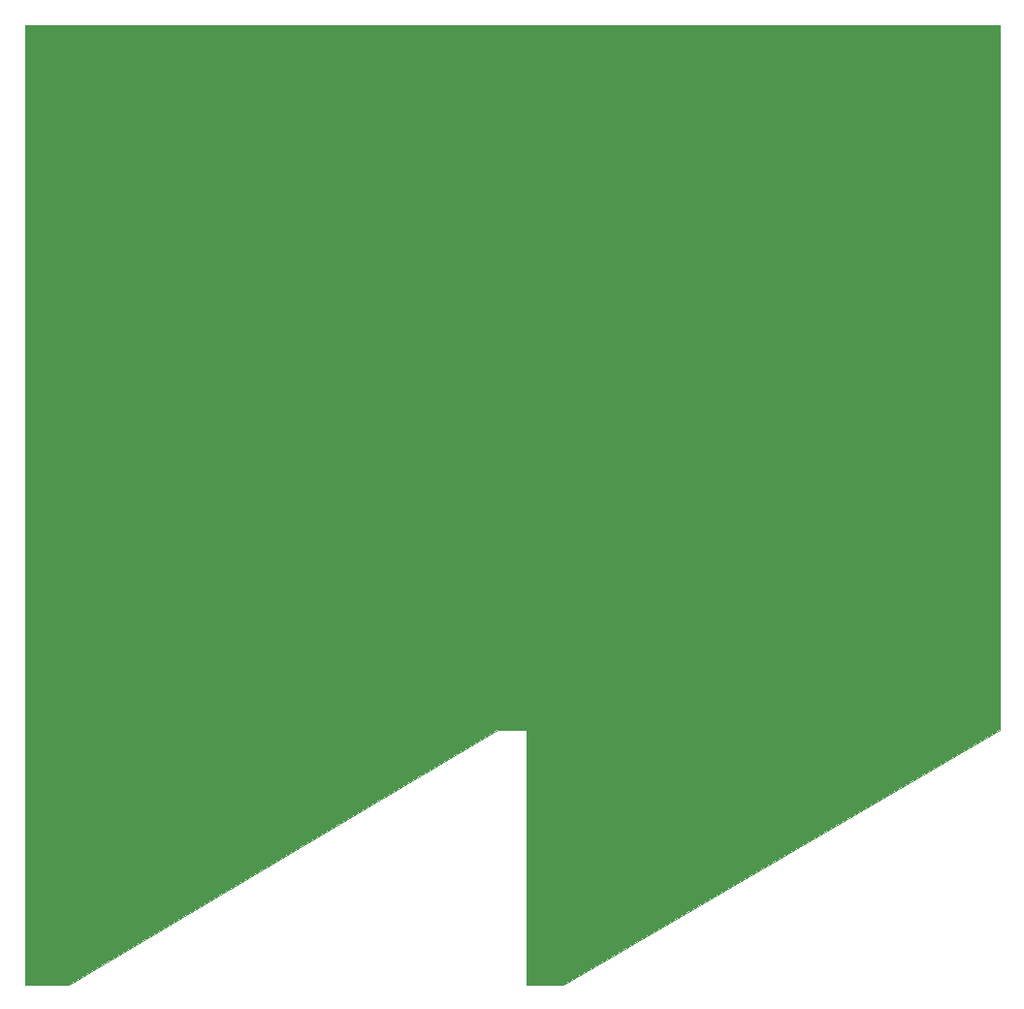
<source format=gts>
G04 #@! TF.GenerationSoftware,KiCad,Pcbnew,5.1.5+dfsg1-2build2*
G04 #@! TF.CreationDate,2020-12-19T04:10:29+09:00*
G04 #@! TF.ProjectId,shield,73686965-6c64-42e6-9b69-6361645f7063,rev?*
G04 #@! TF.SameCoordinates,Original*
G04 #@! TF.FileFunction,Soldermask,Top*
G04 #@! TF.FilePolarity,Negative*
%FSLAX46Y46*%
G04 Gerber Fmt 4.6, Leading zero omitted, Abs format (unit mm)*
G04 Created by KiCad (PCBNEW 5.1.5+dfsg1-2build2) date 2020-12-19 04:10:29*
%MOMM*%
%LPD*%
G04 APERTURE LIST*
%ADD10C,0.100000*%
G04 APERTURE END LIST*
D10*
G36*
X191135000Y-96520000D02*
G01*
X153035000Y-118745000D01*
X149860000Y-118745000D01*
X149860000Y-96520000D01*
X147320000Y-96520000D01*
X109855000Y-118745000D01*
X106045000Y-118745000D01*
X106045000Y-34925000D01*
X191135000Y-34925000D01*
X191135000Y-96520000D01*
G37*
X191135000Y-96520000D02*
X153035000Y-118745000D01*
X149860000Y-118745000D01*
X149860000Y-96520000D01*
X147320000Y-96520000D01*
X109855000Y-118745000D01*
X106045000Y-118745000D01*
X106045000Y-34925000D01*
X191135000Y-34925000D01*
X191135000Y-96520000D01*
G36*
X110130880Y-110154776D02*
G01*
X110511593Y-110230504D01*
X110921249Y-110400189D01*
X111289929Y-110646534D01*
X111603466Y-110960071D01*
X111849811Y-111328751D01*
X112019496Y-111738407D01*
X112106000Y-112173296D01*
X112106000Y-112616704D01*
X112019496Y-113051593D01*
X111849811Y-113461249D01*
X111603466Y-113829929D01*
X111289929Y-114143466D01*
X110921249Y-114389811D01*
X110511593Y-114559496D01*
X110130880Y-114635224D01*
X110076705Y-114646000D01*
X109633295Y-114646000D01*
X109579120Y-114635224D01*
X109198407Y-114559496D01*
X108788751Y-114389811D01*
X108420071Y-114143466D01*
X108106534Y-113829929D01*
X107860189Y-113461249D01*
X107690504Y-113051593D01*
X107604000Y-112616704D01*
X107604000Y-112173296D01*
X107690504Y-111738407D01*
X107860189Y-111328751D01*
X108106534Y-110960071D01*
X108420071Y-110646534D01*
X108788751Y-110400189D01*
X109198407Y-110230504D01*
X109579120Y-110154776D01*
X109633295Y-110144000D01*
X110076705Y-110144000D01*
X110130880Y-110154776D01*
G37*
G36*
X153945880Y-110154776D02*
G01*
X154326593Y-110230504D01*
X154736249Y-110400189D01*
X155104929Y-110646534D01*
X155418466Y-110960071D01*
X155664811Y-111328751D01*
X155834496Y-111738407D01*
X155921000Y-112173296D01*
X155921000Y-112616704D01*
X155834496Y-113051593D01*
X155664811Y-113461249D01*
X155418466Y-113829929D01*
X155104929Y-114143466D01*
X154736249Y-114389811D01*
X154326593Y-114559496D01*
X153945880Y-114635224D01*
X153891705Y-114646000D01*
X153448295Y-114646000D01*
X153394120Y-114635224D01*
X153013407Y-114559496D01*
X152603751Y-114389811D01*
X152235071Y-114143466D01*
X151921534Y-113829929D01*
X151675189Y-113461249D01*
X151505504Y-113051593D01*
X151419000Y-112616704D01*
X151419000Y-112173296D01*
X151505504Y-111738407D01*
X151675189Y-111328751D01*
X151921534Y-110960071D01*
X152235071Y-110646534D01*
X152603751Y-110400189D01*
X153013407Y-110230504D01*
X153394120Y-110154776D01*
X153448295Y-110144000D01*
X153891705Y-110144000D01*
X153945880Y-110154776D01*
G37*
G36*
X143785880Y-92374776D02*
G01*
X144166593Y-92450504D01*
X144576249Y-92620189D01*
X144944929Y-92866534D01*
X145258466Y-93180071D01*
X145504811Y-93548751D01*
X145674496Y-93958407D01*
X145761000Y-94393296D01*
X145761000Y-94836704D01*
X145674496Y-95271593D01*
X145504811Y-95681249D01*
X145258466Y-96049929D01*
X144944929Y-96363466D01*
X144576249Y-96609811D01*
X144166593Y-96779496D01*
X143785880Y-96855224D01*
X143731705Y-96866000D01*
X143288295Y-96866000D01*
X143234120Y-96855224D01*
X142853407Y-96779496D01*
X142443751Y-96609811D01*
X142075071Y-96363466D01*
X141761534Y-96049929D01*
X141515189Y-95681249D01*
X141345504Y-95271593D01*
X141259000Y-94836704D01*
X141259000Y-94393296D01*
X141345504Y-93958407D01*
X141515189Y-93548751D01*
X141761534Y-93180071D01*
X142075071Y-92866534D01*
X142443751Y-92620189D01*
X142853407Y-92450504D01*
X143234120Y-92374776D01*
X143288295Y-92364000D01*
X143731705Y-92364000D01*
X143785880Y-92374776D01*
G37*
G36*
X187600880Y-92374776D02*
G01*
X187981593Y-92450504D01*
X188391249Y-92620189D01*
X188759929Y-92866534D01*
X189073466Y-93180071D01*
X189319811Y-93548751D01*
X189489496Y-93958407D01*
X189576000Y-94393296D01*
X189576000Y-94836704D01*
X189489496Y-95271593D01*
X189319811Y-95681249D01*
X189073466Y-96049929D01*
X188759929Y-96363466D01*
X188391249Y-96609811D01*
X187981593Y-96779496D01*
X187600880Y-96855224D01*
X187546705Y-96866000D01*
X187103295Y-96866000D01*
X187049120Y-96855224D01*
X186668407Y-96779496D01*
X186258751Y-96609811D01*
X185890071Y-96363466D01*
X185576534Y-96049929D01*
X185330189Y-95681249D01*
X185160504Y-95271593D01*
X185074000Y-94836704D01*
X185074000Y-94393296D01*
X185160504Y-93958407D01*
X185330189Y-93548751D01*
X185576534Y-93180071D01*
X185890071Y-92866534D01*
X186258751Y-92620189D01*
X186668407Y-92450504D01*
X187049120Y-92374776D01*
X187103295Y-92364000D01*
X187546705Y-92364000D01*
X187600880Y-92374776D01*
G37*
G36*
X110130880Y-41574776D02*
G01*
X110511593Y-41650504D01*
X110921249Y-41820189D01*
X111289929Y-42066534D01*
X111603466Y-42380071D01*
X111849811Y-42748751D01*
X112019496Y-43158407D01*
X112106000Y-43593296D01*
X112106000Y-44036704D01*
X112019496Y-44471593D01*
X111849811Y-44881249D01*
X111603466Y-45249929D01*
X111289929Y-45563466D01*
X110921249Y-45809811D01*
X110511593Y-45979496D01*
X110130880Y-46055224D01*
X110076705Y-46066000D01*
X109633295Y-46066000D01*
X109579120Y-46055224D01*
X109198407Y-45979496D01*
X108788751Y-45809811D01*
X108420071Y-45563466D01*
X108106534Y-45249929D01*
X107860189Y-44881249D01*
X107690504Y-44471593D01*
X107604000Y-44036704D01*
X107604000Y-43593296D01*
X107690504Y-43158407D01*
X107860189Y-42748751D01*
X108106534Y-42380071D01*
X108420071Y-42066534D01*
X108788751Y-41820189D01*
X109198407Y-41650504D01*
X109579120Y-41574776D01*
X109633295Y-41564000D01*
X110076705Y-41564000D01*
X110130880Y-41574776D01*
G37*
G36*
X153945880Y-41574776D02*
G01*
X154326593Y-41650504D01*
X154736249Y-41820189D01*
X155104929Y-42066534D01*
X155418466Y-42380071D01*
X155664811Y-42748751D01*
X155834496Y-43158407D01*
X155921000Y-43593296D01*
X155921000Y-44036704D01*
X155834496Y-44471593D01*
X155664811Y-44881249D01*
X155418466Y-45249929D01*
X155104929Y-45563466D01*
X154736249Y-45809811D01*
X154326593Y-45979496D01*
X153945880Y-46055224D01*
X153891705Y-46066000D01*
X153448295Y-46066000D01*
X153394120Y-46055224D01*
X153013407Y-45979496D01*
X152603751Y-45809811D01*
X152235071Y-45563466D01*
X151921534Y-45249929D01*
X151675189Y-44881249D01*
X151505504Y-44471593D01*
X151419000Y-44036704D01*
X151419000Y-43593296D01*
X151505504Y-43158407D01*
X151675189Y-42748751D01*
X151921534Y-42380071D01*
X152235071Y-42066534D01*
X152603751Y-41820189D01*
X153013407Y-41650504D01*
X153394120Y-41574776D01*
X153448295Y-41564000D01*
X153891705Y-41564000D01*
X153945880Y-41574776D01*
G37*
M02*

</source>
